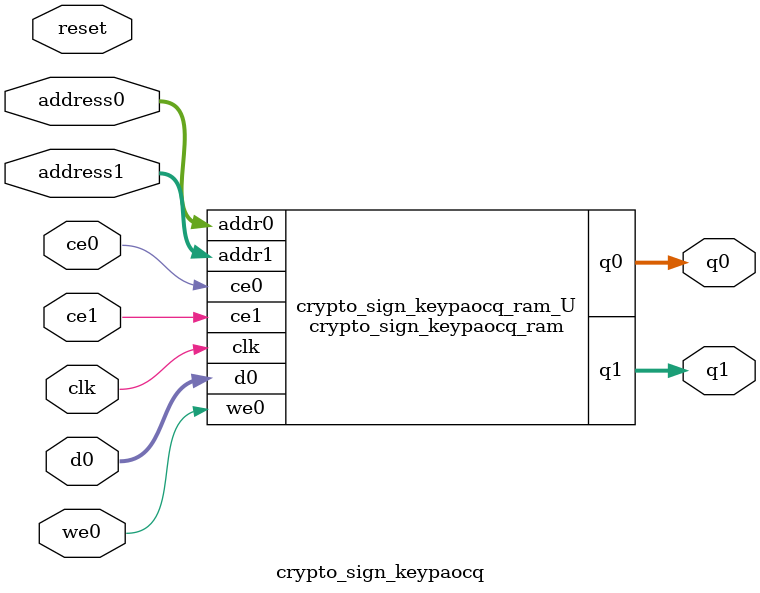
<source format=v>
`timescale 1 ns / 1 ps
module crypto_sign_keypaocq_ram (addr0, ce0, d0, we0, q0, addr1, ce1, q1,  clk);

parameter DWIDTH = 5;
parameter AWIDTH = 16;
parameter MEM_SIZE = 58752;

input[AWIDTH-1:0] addr0;
input ce0;
input[DWIDTH-1:0] d0;
input we0;
output reg[DWIDTH-1:0] q0;
input[AWIDTH-1:0] addr1;
input ce1;
output reg[DWIDTH-1:0] q1;
input clk;

(* ram_style = "block" *)reg [DWIDTH-1:0] ram[0:MEM_SIZE-1];




always @(posedge clk)  
begin 
    if (ce0) begin
        if (we0) 
            ram[addr0] <= d0; 
        q0 <= ram[addr0];
    end
end


always @(posedge clk)  
begin 
    if (ce1) begin
        q1 <= ram[addr1];
    end
end


endmodule

`timescale 1 ns / 1 ps
module crypto_sign_keypaocq(
    reset,
    clk,
    address0,
    ce0,
    we0,
    d0,
    q0,
    address1,
    ce1,
    q1);

parameter DataWidth = 32'd5;
parameter AddressRange = 32'd58752;
parameter AddressWidth = 32'd16;
input reset;
input clk;
input[AddressWidth - 1:0] address0;
input ce0;
input we0;
input[DataWidth - 1:0] d0;
output[DataWidth - 1:0] q0;
input[AddressWidth - 1:0] address1;
input ce1;
output[DataWidth - 1:0] q1;



crypto_sign_keypaocq_ram crypto_sign_keypaocq_ram_U(
    .clk( clk ),
    .addr0( address0 ),
    .ce0( ce0 ),
    .we0( we0 ),
    .d0( d0 ),
    .q0( q0 ),
    .addr1( address1 ),
    .ce1( ce1 ),
    .q1( q1 ));

endmodule


</source>
